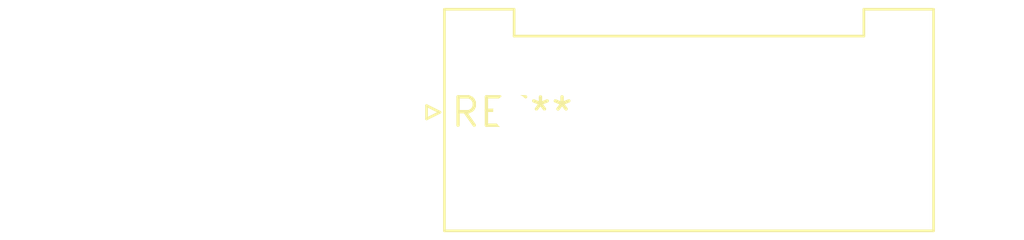
<source format=kicad_pcb>
(kicad_pcb (version 20240108) (generator pcbnew)
  (layers (0 "F.Cu" signal) (31 "B.Cu" signal) (34 "B.Paste" user) (35 "F.Paste" user) (36 "B.SilkS" user "B.Silkscreen") (37 "F.SilkS" user "F.Silkscreen") (38 "B.Mask" user) (39 "F.Mask" user) (44 "Edge.Cuts" user))
  (net 0 "")
  (footprint "JST_VH_B5P-VH-FB-B_1x05_P3.96mm_Vertical" (layer "F.Cu") (at 0 0)
    (property "Reference" "REF**")
    (property "Value" "JST_VH_B5P-VH-FB-B_1x05_P3.96mm_Vertical")
    (fp_line (start -3.83 -0.3) (end -3.23 0) (layer "F.SilkS") (stroke (width 0.12)))
    (fp_line (start -3.83 0.3) (end -3.83 -0.3) (layer "F.SilkS") (stroke (width 0.12)))
    (fp_line (start -3.23 0) (end -3.83 0.3) (layer "F.SilkS") (stroke (width 0.12)))
    (fp_line (start -3.03 -4.61) (end 0.09 -4.61) (layer "F.SilkS") (stroke (width 0.12)))
    (fp_line (start -3.03 5.31) (end -3.03 -4.61) (layer "F.SilkS") (stroke (width 0.12)))
    (fp_line (start 0.09 -4.61) (end 0.09 -3.41) (layer "F.SilkS") (stroke (width 0.12)))
    (fp_line (start 0.09 -3.41) (end 15.75 -3.41) (layer "F.SilkS") (stroke (width 0.12)))
    (fp_line (start 15.75 -4.61) (end 18.87 -4.61) (layer "F.SilkS") (stroke (width 0.12)))
    (fp_line (start 15.75 -3.41) (end 15.75 -4.61) (layer "F.SilkS") (stroke (width 0.12)))
    (fp_line (start 18.87 -4.61) (end 18.87 5.31) (layer "F.SilkS") (stroke (width 0.12)))
    (fp_line (start 18.87 5.31) (end -3.03 5.31) (layer "F.SilkS") (stroke (width 0.12)))
    (pad "" np_thru_hole circle (at -1.5 -3.4) (size 1.45 1.45) (drill 1.45) (layers *.Cu *.Mask))
    (pad "1" thru_hole roundrect (at 0 0) (size 2.7 2.7) (drill 1.7) (layers *.Cu *.Mask) (remove_unused_layers) (roundrect_rratio 0.092593))
    (pad "2" thru_hole circle (at 3.96 0) (size 2.7 2.7) (drill 1.7) (layers *.Cu *.Mask) (remove_unused_layers))
    (pad "3" thru_hole circle (at 7.92 0) (size 2.7 2.7) (drill 1.7) (layers *.Cu *.Mask) (remove_unused_layers))
    (pad "4" thru_hole circle (at 11.88 0) (size 2.7 2.7) (drill 1.7) (layers *.Cu *.Mask) (remove_unused_layers))
    (pad "5" thru_hole circle (at 15.84 0) (size 2.7 2.7) (drill 1.7) (layers *.Cu *.Mask) (remove_unused_layers))
  )
)
</source>
